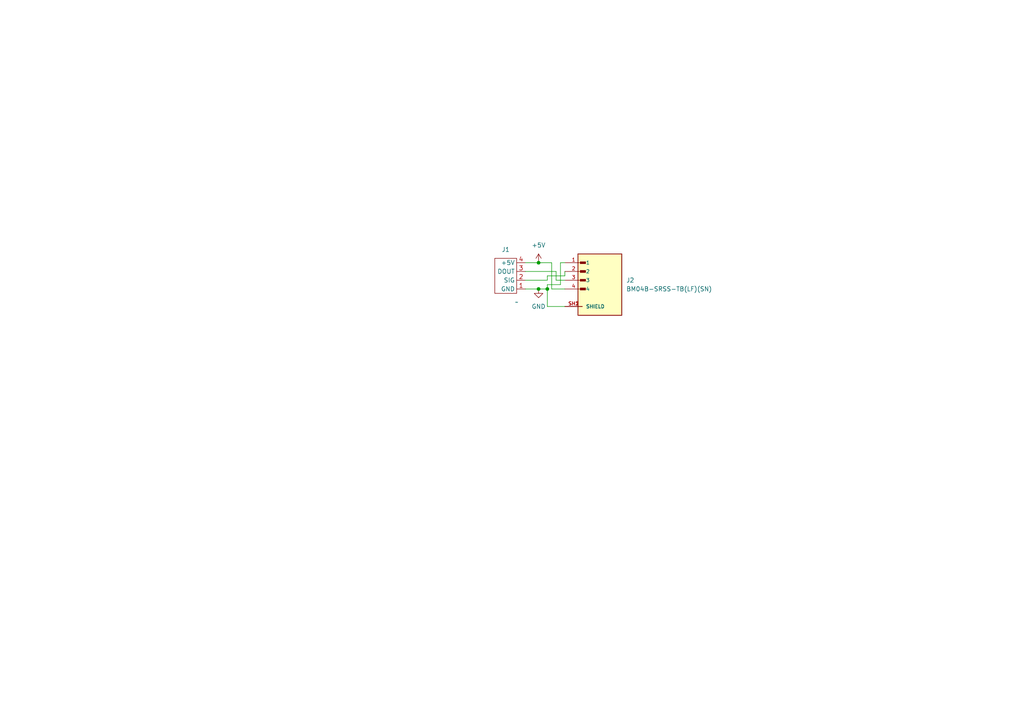
<source format=kicad_sch>
(kicad_sch (version 20231120) (generator "eeschema") (generator_version "8.0")
  (paper "A4")
  (title_block (title "Block Party Cube Top Board") (date "2024-02-13") (rev "1.0") (company "Block Party"))
  (lib_symbols
    (symbol "4328:4328" (pin_names (offset 1.016))
      (property "Reference" "J" (at -6.35 11.43 0))
      (property "Value" "4328" (at -6.604 -10.414 0))
      (symbol "4328_0_0"
        (rectangle (start -6.35 -7.62) (end 6.35 10.16) (stroke (width 0.254)) (fill (type background)))
        (rectangle (start -5.715 -0.3175) (end -4.1275 0.3175) (stroke (width 0.1)) (fill (type outline)))
        (rectangle (start -5.715 2.2225) (end -4.1275 2.8575) (stroke (width 0.1)) (fill (type outline)))
        (rectangle (start -5.715 4.7625) (end -4.1275 5.3975) (stroke (width 0.1)) (fill (type outline)))
        (rectangle (start -5.715 7.3025) (end -4.1275 7.9375) (stroke (width 0.1)) (fill (type outline)))
        (pin passive line (at -10.16 7.62 0) (length 5.08) (name "1") (number "1"))
        (pin passive line (at -10.16 5.08 0) (length 5.08) (name "2") (number "2"))
        (pin passive line (at -10.16 2.54 0) (length 5.08) (name "3") (number "3"))
        (pin passive line (at -10.16 0 0) (length 5.08) (name "4") (number "4"))
        (pin passive line (at -10.16 -5.08 0) (length 5.08) (name "SHIELD") (number "SH1"))
        (pin passive line (at -10.16 -5.08 0) (length 5.08) (name "SHIELD") (number "SH2"))
      )
    )
    (symbol "Quinn_lib:Top_Block"
      (property "Reference" "J" (at 0 0 0))
      (symbol "Top_Block_0_1"
        (rectangle (start 0 -2.54) (end 6.35 -12.7))
      )
      (symbol "Top_Block_1_1"
        (pin power_out line (at -2.54 -3.81 0) (length 2.54) (name "GND") (number "1"))
        (pin input line (at -2.54 -6.35 0) (length 2.54) (name "SIG") (number "2"))
        (pin output line (at -2.54 -8.89 0) (length 2.54) (name "DOUT") (number "3"))
        (pin power_out line (at -2.54 -11.43 0) (length 2.54) (name "+5V") (number "4"))
      )
    )
    (symbol "power:+5V" (power) (pin_names (offset 0))
      (property "Value" "+5V" (at 0 3.556 0))
      (symbol "+5V_0_1"
        (polyline (pts (xy -0.762 1.27) (xy 0 2.54)))
        (polyline (pts (xy 0 0) (xy 0 2.54)))
        (polyline (pts (xy 0 2.54) (xy 0.762 1.27)))
      )
      (symbol "+5V_1_1"
        (pin power_in line (at 0 0 90) (length 0) hide (name "+5V") (number "1"))
      )
    )
    (symbol "power:GND" (power) (pin_names (offset 0))
      (property "Value" "GND" (at 0 -3.81 0))
      (symbol "GND_0_1"
        (polyline (pts (xy 0 0) (xy 0 -1.27) (xy 1.27 -1.27) (xy 0 -2.54) (xy -1.27 -1.27) (xy 0 -1.27)))
      )
      (symbol "GND_1_1"
        (pin power_in line (at 0 0 270) (length 0) hide (name "GND") (number "1"))
      )
    )
  )
  (junction (at 158.75 83.82))
  (junction (at 156.21 83.82))
  (junction (at 156.21 76.2))
  (wire (pts (xy 163.83 78.74) (xy 163.83 80.01)))
  (wire (pts (xy 158.75 88.9) (xy 158.75 83.82)))
  (wire (pts (xy 152.4 78.74) (xy 161.29 78.74)))
  (wire (pts (xy 161.29 78.74) (xy 161.29 81.28)))
  (wire (pts (xy 158.75 81.28) (xy 158.75 80.01)))
  (wire (pts (xy 162.56 82.55) (xy 162.56 76.2)))
  (wire (pts (xy 160.02 76.2) (xy 160.02 83.82)))
  (wire (pts (xy 158.75 82.55) (xy 162.56 82.55)))
  (wire (pts (xy 160.02 83.82) (xy 163.83 83.82)))
  (wire (pts (xy 152.4 76.2) (xy 156.21 76.2)))
  (wire (pts (xy 158.75 80.01) (xy 163.83 80.01)))
  (wire (pts (xy 156.21 76.2) (xy 160.02 76.2)))
  (wire (pts (xy 152.4 83.82) (xy 156.21 83.82)))
  (wire (pts (xy 156.21 83.82) (xy 158.75 83.82)))
  (wire (pts (xy 162.56 76.2) (xy 163.83 76.2)))
  (wire (pts (xy 158.75 83.82) (xy 158.75 82.55)))
  (wire (pts (xy 161.29 81.28) (xy 163.83 81.28)))
  (wire (pts (xy 152.4 81.28) (xy 158.75 81.28)))
  (wire (pts (xy 163.83 88.9) (xy 158.75 88.9)))
  (symbol (lib_id "Quinn_lib:Top_Block") (at 149.86 87.63 180) (unit 1)
    (property "Reference" "J1" (at 146.685 72.39 0))
    (property "Value" "~" (at 149.86 87.63 0))
    (property "Footprint" "Quinn_lib:Top Block Connector" (effects (hide yes)))
  )
  (symbol (lib_id "4328:4328") (at 173.99 83.82 0) (unit 1)
    (property "Reference" "J2" (at 181.61 81.2799 0) (effects (justify left)))
    (property "Value" "BM04B-SRSS-TB(LF)(SN) " (at 181.61 83.8199 0) (effects (justify left)))
    (property "Footprint" "adafruit-jst-4328:ADAFRUIT_4328" (effects (hide yes)))
    (property "Description" "BM04B-SRSS-TB(LF)(SN) " (effects (hide yes)))
    (property "MF" "Adafruit" (effects (hide yes)))
    (property "MAXIMUM_PACKAGE_HEIGHT" "4.25mm" (effects (hide yes)))
    (property "Package" "None" (effects (hide yes)))
    (property "Price" "None" (effects (hide yes)))
    (property "Check_prices" "https://www.snapeda.com/parts/4328/Adafruit+Industries/view-part/?ref=eda" (effects (hide yes)))
    (property "STANDARD" "Manufacturer Recommendations" (effects (hide yes)))
    (property "PARTREV" "23/3/21" (effects (hide yes)))
    (property "SnapEDA_Link" "https://www.snapeda.com/parts/4328/Adafruit+Industries/view-part/?ref=snap" (effects (hide yes)))
    (property "MP" "4328" (effects (hide yes)))
    (property "Purchase-URL" "https://www.snapeda.com/api/url_track_click_mouser/?unipart_id=12414535&manufacturer=Adafruit&part_name=4328&search_term=jst sh 4-pin" (effects (hide yes)))
    (property "Description_1" "\nAdafruit Accessories JST SH 4-pin Vertical Connector (10-pack) - Qwiic Compatible\n" (effects (hide yes)))
    (property "Availability" "In Stock" (effects (hide yes)))
    (property "MANUFACTURER" "JST" (effects (hide yes)))
  )
  (symbol (lib_id "power:+5V") (at 156.21 76.2 0) (unit 1)
    (property "Reference" "#PWR02" (effects (hide yes)))
    (property "Value" "+5V" (at 156.21 71.12 0))
  )
  (symbol (lib_id "power:GND") (at 156.21 83.82 0) (unit 1)
    (property "Reference" "#PWR01" (effects (hide yes)))
    (property "Value" "GND" (at 156.21 88.9 0))
  )
)
</source>
